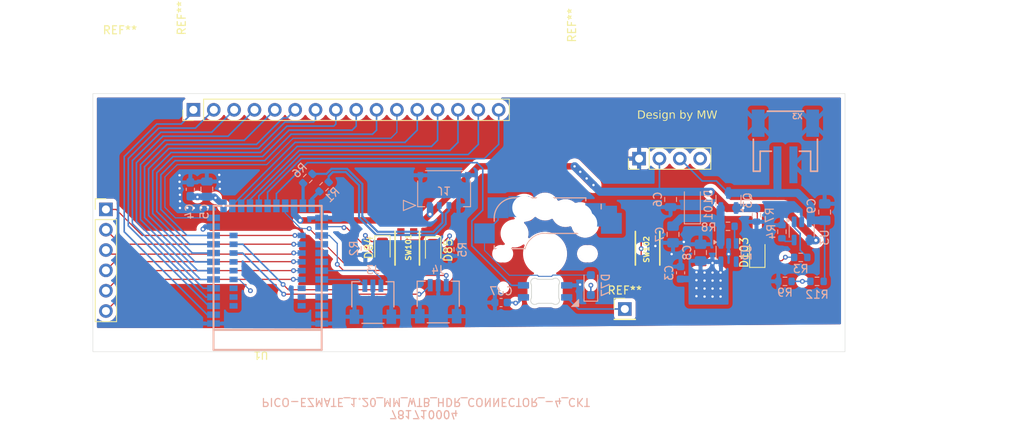
<source format=kicad_pcb>
(kicad_pcb (version 20240108) (generator "pcbnew") (generator_version "8.0")
  (layers (0 "F.Cu" signal) (1 "In1.Cu" signal) (2 "In2.Cu" signal) (31 "B.Cu" signal) (34 "B.Paste" user) (35 "F.Paste" user) (36 "B.SilkS" user "B.Silkscreen") (37 "F.SilkS" user "F.Silkscreen") (38 "B.Mask" user) (39 "F.Mask" user) (44 "Edge.Cuts" user))
  (net 0 "")
  (net 1 "3v3")
  (net 2 "GND")
  (footprint "fingerpunch:gateron-ks27-choc-v1-mx-hotswap" (layer "F.Cu") (at 160.226481 118.316268 180)
    (property "Reference" "SW77")
    (property "Value" "~")
    (fp_line (start 1.699999 -5.401841) (end 1.699999 -3.996157) (stroke (width 0.1)) (layer "Edge.Cuts"))
    (fp_line (start 0.794452 -3.199) (end -0.794453 -3.199) (stroke (width 0.1)) (layer "Edge.Cuts"))
    (fp_line (start -0.794452 -6.198999) (end 0.794452 -6.198999) (stroke (width 0.1)) (layer "Edge.Cuts"))
    (fp_line (start -1.699999 -3.996157) (end -1.699999 -5.401841) (stroke (width 0.1)) (layer "Edge.Cuts"))
    (fp_arc (start 1.749484 -3.779279) (mid 1.712509 -3.884927) (end 1.699999 -3.996157) (stroke (width 0.1)) (layer "Edge.Cuts"))
    (fp_arc (start 1.749484 -3.779279) (mid 1.638067 -3.194968) (end 1.046711 -3.1307) (stroke (width 0.1)) (layer "Edge.Cuts"))
    (fp_arc (start 1.699999 -5.401842) (mid 1.712536 -5.513065) (end 1.749484 -5.618719) (stroke (width 0.1)) (layer "Edge.Cuts"))
    (fp_arc (start 1.046711 -6.267296) (mid 1.638105 -6.203049) (end 1.749484 -5.618719) (stroke (width 0.1)) (layer "Edge.Cuts"))
    (fp_arc (start 1.04671 -6.267298) (mid 0.925126 -6.216363) (end 0.794452 -6.198999) (stroke (width 0.1)) (layer "Edge.Cuts"))
    (fp_arc (start 0.794453 -3.198999) (mid 0.925126 -3.181634) (end 1.046711 -3.1307) (stroke (width 0.1)) (layer "Edge.Cuts"))
    (fp_arc (start -0.794452 -6.198999) (mid -0.925126 -6.216364) (end -1.046711 -6.267298) (stroke (width 0.1)) (layer "Edge.Cuts"))
    (fp_arc (start -1.046711 -3.130701) (mid -0.92512 -3.181613) (end -0.794453 -3.199) (stroke (width 0.1)) (layer "Edge.Cuts"))
    (fp_arc (start -1.046711 -3.130701) (mid -1.638095 -3.194939) (end -1.749484 -3.779279) (stroke (width 0.1)) (layer "Edge.Cuts"))
    (fp_arc (start -1.699999 -3.996156) (mid -1.712536 -3.884933) (end -1.749484 -3.779279) (stroke (width 0.1)) (layer "Edge.Cuts"))
    (fp_arc (start -1.749484 -5.618718) (mid -1.638068 -6.20303) (end -1.046711 -6.267298) (stroke (width 0.1)) (layer "Edge.Cuts"))
    (fp_arc (start -1.749484 -5.618719) (mid -1.712518 -5.513069) (end -1.699999 -5.401841) (stroke (width 0.1)) (layer "Edge.Cuts"))
  )
  (footprint "LED_SMD:LED_0805_2012Metric" (layer "F.Cu") (at 139.925531 117.729768 -90)
    (property "Reference" "D84")
    (property "Value" "LED")
  )
  (footprint "LED_SMD:LED_0805_2012Metric" (layer "F.Cu") (at 146.250131 117.884468 -90)
    (property "Reference" "D85")
    (property "Value" "LED")
  )
  (footprint "Connector_PinHeader_2.54mm:PinHeader_1x06_P2.54mm_Vertical" (layer "F.Cu") (at 105.41 112.776)
    (property "Reference" "REF**")
    (property "Value" "PinHeader_1x06_P2.54mm_Vertical")
  )
  (footprint "Connector_PinHeader_2.54mm:PinHeader_1x04_P2.54mm_Vertical" (layer "F.Cu") (at 171.958 106.426 90)
    (property "Reference" "REF**")
    (property "Value" "PinHeader_1x04_P2.54mm_Vertical")
  )
  (footprint "Diode_SMD:D_0805_2012Metric_Pad1.15x1.40mm_HandSolder" (layer "F.Cu") (at 186.712331 118.163868 90)
    (property "Reference" "D103")
    (property "Value" "LED")
  )
  (footprint "Connector_PinHeader_2.54mm:PinHeader_1x01_P2.54mm_Vertical" (layer "F.Cu") (at 170.18 125.222)
    (property "Reference" "REF**")
    (property "Value" "PinHeader_1x01_P2.54mm_Vertical")
  )
  (footprint "footprints:Core52840" (layer "F.Cu") (at 132.381731 112.343268 180)
    (property "Reference" "U1")
    (property "Value" "Core52840" (hide yes))
  )
  (footprint "Adafruit nRF52840 Bluefruit Feather Express Rev D:BTN_KMR2_4.6X2.8" (layer "F.Cu") (at 173.021731 117.630468 -90)
    (property "Reference" "SW102")
    (property "Value" "KMR2")
  )
  (footprint "Connector_PinHeader_2.54mm:PinHeader_1x16_P2.54mm_Vertical" (layer "F.Cu") (at 116.332 100.33 90)
    (property "Reference" "REF**")
    (property "Value" "PinHeader_1x16_P2.54mm_Vertical")
  )
  (footprint "Adafruit nRF52840 Bluefruit Feather Express Rev D:BTN_KMR2_4.6X2.8" (layer "F.Cu") (at 143.024331 117.630468 -90)
    (property "Reference" "SW101")
    (property "Value" "KMR2")
  )
  (footprint "footprints:CON_781710004" (layer "B.Cu") (at 145.82173 112.278267)
    (property "Reference" "J1")
    (property "Value" "781710004")
  )
  (footprint "footprints:CONN_SM03B-SRSS-TB_JST" (layer "B.Cu") (at 138.731731 124.412268 180)
    (property "Reference" "J3")
    (property "Value" "SM03B-SRSS-TB")
  )
  (footprint "Package_TO_SOT_SMD:SOT-23-5" (layer "B.Cu") (at 183.128731 118.171318 -90)
    (property "Reference" "U2")
    (property "Value" "AP2112(3.3V)")
  )
  (footprint "Resistor_SMD:R_0603_1608Metric" (layer "B.Cu") (at 194.1698 121.7676 180)
    (property "Reference" "R12")
    (property "Value" "100k")
  )
  (footprint "Diode_SMD:D_SOD-323_HandSoldering" (layer "B.Cu") (at 165.937231 122.230268 90)
    (property "Reference" "D77")
    (property "Value" "D")
  )
  (footprint "Capacitor_SMD:C_0603_1608Metric" (layer "B.Cu") (at 154.733731 124.412268 180)
    (property "Reference" "C87")
    (property "Value" "C")
  )
  (footprint "footprints:CONN_SM03B-SRSS-TB_JST" (layer "B.Cu") (at 146.88818 124.345718 180)
    (property "Reference" "J4")
    (property "Value" "SM03B-SRSS-TB")
  )
  (footprint "Resistor_SMD:R_0603_1608Metric" (layer "B.Cu") (at 189.785731 115.561268 90)
    (property "Reference" "R4")
    (property "Value" "4.7K")
  )
  (footprint "Capacitor_SMD:C_0805_2012Metric" (layer "B.Cu") (at 175.891931 111.534468 90)
    (property "Reference" "C6")
    (property "Value" "10uF")
  )
  (footprint "Capacitor_SMD:C_0805_2012Metric" (layer "B.Cu") (at 118.005331 110.239068 -90)
    (property "Reference" "C5")
    (property "Value" "10uF")
  )
  (footprint "Capacitor_SMD:C_0805_2012Metric_Pad1.18x1.45mm_HandSolder" (layer "B.Cu") (at 195.119731 113.109268 -90)
    (property "Reference" "C9")
    (property "Value" "10uF")
  )
  (footprint "Package_TO_SOT_SMD:SOT-23-5" (layer "B.Cu") (at 192.259731 115.464268 -90)
    (property "Reference" "U3")
    (property "Value" "MCP73831T-2ACI/OT")
  )
  (footprint "Resistor_SMD:R_0603_1608Metric" (layer "B.Cu") (at 148.332931 117.769668 -90)
    (property "Reference" "R5")
    (property "Value" "1K")
  )
  (footprint "Resistor_SMD:R_0603_1608Metric" (layer "B.Cu") (at 137.791931 117.643668 -90)
    (property "Reference" "R2")
    (property "Value" "1K")
  )
  (footprint "Resistor_SMD:R_0603_1608Metric" (layer "B.Cu") (at 132.635731 109.934268 45)
    (property "Reference" "R1")
    (property "Value" "22R")
  )
  (footprint "Resistor_SMD:R_0603_1608Metric" (layer "B.Cu") (at 130.603731 108.918268 45)
    (property "Reference" "R6")
    (property "Value" "22R")
  )
  (footprint "Capacitor_SMD:C_0603_1608Metric_Pad1.08x0.95mm_HandSolder" (layer "B.Cu") (at 115.947931 110.264468 -90)
    (property "Reference" "C4")
    (property "Value" "0.1uF")
  )
  (footprint "Adafruit nRF52840 Bluefruit Feather Express Rev D:JSTPH2" (layer "B.Cu") (at 190.2206 103.505 180)
    (property "Reference" "X3")
    (property "Value" "JSTPH")
  )
  (footprint "Resistor_SMD:R_0603_1608Metric" (layer "B.Cu") (at 192.135731 118.773468)
    (property "Reference" "R3")
    (property "Value" "1K")
  )
  (footprint "Capacitor_SMD:C_0603_1608Metric" (layer "B.Cu") (at 177.136531 120.703868 -90)
    (property "Reference" "C3")
    (property "Value" "0.1uF")
  )
  (footprint "Resistor_SMD:R_0603_1608Metric" (layer "B.Cu") (at 186.610731 113.490268 -90)
    (property "Reference" "R7")
    (property "Value" "100k")
  )
  (footprint "Diode_SMD:D_SOD-123" (layer "B.Cu") (at 178.609731 112.220268 90)
    (property "Reference" "D101")
    (property "Value" "MBR120")
  )
  (footprint "Resistor_SMD:R_0603_1608Metric" (layer "B.Cu") (at 190.1698 121.7676 180)
    (property "Reference" "R9")
    (property "Value" "100k")
  )
  (footprint "Capacitor_SMD:C_0805_2012Metric_Pad1.18x1.45mm_HandSolder" (layer "B.Cu") (at 179.628731 118.171318 -90)
    (property "Reference" "C8")
    (property "Value" "10uF")
  )
  (footprint "Capacitor_SMD:C_0805_2012Metric_Pad1.18x1.45mm_HandSolder" (layer "B.Cu") (at 176.196731 115.903268 90)
    (property "Reference" "C7")
    (property "Value" "10uF")
  )
  (footprint "Resistor_SMD:R_0603_1608Metric" (layer "B.Cu") (at 183.054731 114.887268)
    (property "Reference" "R8")
    (property "Value" "100k")
  )
  (footprint "Package_TO_SOT_SMD:SOT-23" (layer "B.Cu") (at 183.115731 111.663768 90)
    (property "Reference" "Q3")
    (property "Value" "DMG2305")
  )
  (gr_rect (start 103.7844 98.298) (end 197.6628 130.556) (stroke (width 0.05)) (fill none) (layer "Edge.Cuts"))
  (gr_text "Design by MW" (at 171.704 101.6 0) (layer "F.SilkS") (effects (font (size 1 1) (thickness 0.1)) (justify left bottom)))
  (segment (start 186.610731 113.134668) (end 186.712331 113.236268) (width 0.15) (layer "F.Cu") (net 0))
  (segment (start 128.851131 118.214668) (end 128.701799 118.364) (width 0.15) (layer "F.Cu") (net 0))
  (segment (start 128.701799 118.364) (end 105.918 118.364) (width 0.15) (layer "F.Cu") (net 0))
  (segment (start 139.057331 118.667268) (end 135.455131 115.065068) (width 0.15) (layer "F.Cu") (net 0))
  (segment (start 139.925531 118.667268) (end 139.057331 118.667268) (width 0.15) (layer "F.Cu") (net 0))
  (segment (start 142.282832 122.812068) (end 144.073782 121.021118) (width 0.15) (layer "F.Cu") (net 0))
  (segment (start 128.800331 121.516668) (end 109.369332 121.516668) (width 0.15) (layer "F.Cu") (net 0))
  (segment (start 109.369332 121.516668) (end 105.41 125.476) (width 0.15) (layer "F.Cu") (net 0))
  (segment (start 144.073782 121.021118) (end 147.888181 121.021118) (width 0.15) (layer "F.Cu") (net 0))
  (segment (start 172.221731 117.681268) (end 172.221731 119.680468) (width 0.15) (layer "F.Cu") (net 0))
  (segment (start 106.68 112.776) (end 105.41 112.776) (width 0.15) (layer "F.Cu") (net 0))
  (segment (start 185.721731 112.601268) (end 186.610731 112.601268) (width 1) (layer "F.Cu") (net 0))
  (segment (start 189.988931 112.601268) (end 194.027531 116.639868) (width 1) (layer "F.Cu") (net 0))
  (segment (start 135.136131 115.065068) (end 135.124931 115.053868) (width 0.15) (layer "F.Cu") (net 0))
  (segment (start 127.606531 123.370868) (end 144.497531 123.370868) (width 0.15) (layer "F.Cu") (net 0))
  (segment (start 180.895731 110.569268) (end 182.927731 112.601268) (width 1) (layer "F.Cu") (net 0))
  (segment (start 145.869131 113.388668) (end 151.863531 107.394268) (width 0.8) (layer "F.Cu") (net 0))
  (segment (start 135.058331 120.408668) (end 134.286731 119.637068) (width 0.15) (layer "F.Cu") (net 0))
  (segment (start 128.180231 122.812068) (end 142.282832 122.812068) (width 0.15) (layer "F.Cu") (net 0))
  (segment (start 128.851131 117.122468) (end 107.216468 117.122468) (width 0.15) (layer "F.Cu") (net 0))
  (segment (start 107.216468 117.122468) (end 105.41 115.316) (width 0.15) (layer "F.Cu") (net 0))
  (segment (start 128.825731 119.306868) (end 106.499132 119.306868) (width 0.15) (layer "F.Cu") (net 0))
  (segment (start 129.003531 116.030268) (end 109.934268 116.030268) (width 0.15) (layer "F.Cu") (net 0))
  (segment (start 186.712331 119.188868) (end 189.776731 119.188868) (width 0.15) (layer "F.Cu") (net 0))
  (segment (start 186.610731 112.601268) (end 186.610731 113.134668) (width 0.15) (layer "F.Cu") (net 0))
  (segment (start 147.441631 116.946968) (end 148.307531 116.081068) (width 0.15) (layer "F.Cu") (net 0))
  (segment (start 127.525082 122.156918) (end 128.180231 122.812068) (width 0.15) (layer "F.Cu") (net 0))
  (segment (start 139.925531 116.792268) (end 138.553931 116.792268) (width 0.15) (layer "F.Cu") (net 0))
  (segment (start 138.553931 116.792268) (end 137.791931 116.030268) (width 0.15) (layer "F.Cu") (net 0))
  (segment (start 189.776731 119.188868) (end 190.217531 118.748068) (width 0.15) (layer "F.Cu") (net 0))
  (segment (start 142.224331 115.580468) (end 142.224331 119.680468) (width 0.13) (layer "F.Cu") (net 0))
  (segment (start 135.295331 119.680468) (end 130.781531 115.166668) (width 0.13) (layer "F.Cu") (net 0))
  (segment (start 128.825731 120.424468) (end 107.921532 120.424468) (width 0.15) (layer "F.Cu") (net 0))
  (segment (start 166.239931 109.731068) (end 166.265331 109.731068) (width 1) (layer "F.Cu") (net 0))
  (segment (start 151.863531 107.394268) (end 163.903131 107.394268) (width 0.8) (layer "F.Cu") (net 0))
  (segment (start 172.221731 117.681268) (end 172.221731 115.210068) (width 0.2) (layer "F.Cu") (net 0))
  (segment (start 186.712331 113.236268) (end 186.712331 117.138868) (width 0.15) (layer "F.Cu") (net 0))
  (segment (start 146.250131 118.821968) (end 144.663431 120.408668) (width 0.15) (layer "F.Cu") (net 0))
  (segment (start 144.663431 120.408668) (end 135.058331 120.408668) (width 0.15) (layer "F.Cu") (net 0))
  (segment (start 129.663931 114.150668) (end 145.107131 114.150668) (width 0.8) (layer "F.Cu") (net 0))
  (segment (start 142.224331 119.680468) (end 135.295331 119.680468) (width 0.13) (layer "F.Cu") (net 0))
  (segment (start 146.250131 116.946968) (end 147.441631 116.946968) (width 0.15) (layer "F.Cu") (net 0))
  (segment (start 182.927731 112.601268) (end 185.721731 112.601268) (width 1) (layer "F.Cu") (net 0))
  (segment (start 165.414431 108.905568) (end 166.239931 109.731068) (width 1) (layer "F.Cu") (net 0))
  (segment (start 145.107131 114.150668) (end 145.869131 113.388668) (width 0.8) (layer "F.Cu") (net 0))
  (segment (start 163.903131 107.394268) (end 165.414431 108.905568) (width 1) (layer "F.Cu") (net 0))
  (segment (start 105.918 118.364) (end 105.41 117.856) (width 0.15) (layer "F.Cu") (net 0))
  (segment (start 135.455131 115.065068) (end 135.136131 115.065068) (width 0.15) (layer "F.Cu") (net 0))
  (segment (start 109.934268 116.030268) (end 106.68 112.776) (width 0.15) (layer "F.Cu") (net 0))
  (segment (start 107.921532 120.424468) (end 105.41 122.936) (width 0.15) (layer "F.Cu") (net 0))
  (segment (start 106.499132 119.306868) (end 105.41 120.396) (width 0.15) (layer "F.Cu") (net 0))
  (segment (start 186.610731 112.601268) (end 189.988931 112.601268) (width 1) (layer "F.Cu") (net 0))
  (via (at 129.663931 114.150668) (size 0.8001) (drill 0.3937) (layers "F.Cu" "B.Cu") (net 0))
  (via (at 123.444 122.936) (size 0.6) (drill 0.3) (layers "F.Cu" "B.Cu") (net 0))
  (via (at 128.825731 120.424468) (size 0.6) (drill 0.3) (layers "F.Cu" "B.Cu") (net 0))
  (via (at 117.522731 115.242868) (size 0.6) (drill 0.3) (layers "F.Cu" "B.Cu") (net 0))
  (via (at 127.606531 123.370868) (size 0.6) (drill 0.3) (layers "F.Cu" "B.Cu") (net 0))
  (via (at 190.217531 118.748068) (size 0.6) (drill 0.3) (layers "F.Cu" "B.Cu") (net 0))
  (via (at 128.800331 121.516668) (size 0.6) (drill 0.3) (layers "F.Cu" "B.Cu") (net 0))
  (via (at 180.895731 110.569268) (size 0.8001) (drill 0.3937) (layers "F.Cu" "B.Cu") (net 0))
  (via (at 128.851131 117.122468) (size 0.6) (drill 0.3) (layers "F.Cu" "B.Cu") (net 0))
  (via (at 192.3448 121.7676) (size 0.6) (drill 0.3) (layers "F.Cu" "B.Cu") (net 0))
  (via (at 135.124931 115.053868) (size 0.6) (drill 0.3) (layers "F.Cu" "B.Cu") (net 0))
  (via (at 165.414431 108.905568) (size 0.6) (drill 0.3) (layers "F.Cu" "B.Cu") (net 0))
  (via (at 148.307531 116.081068) (size 0.6) (drill 0.3) (layers "F.Cu" "B.Cu") (net 0))
  (via (at 144.497531 123.370868) (size 0.6) (drill 0.3) (layers "F.Cu" "B.Cu") (net 0))
  (via (at 184.959731 112.601268) (size 0.6) (drill 0.3) (layers "F.Cu" "B.Cu") (net 0))
  (via (at 128.825731 119.306868) (size 0.6) (drill 0.3) (layers "F.Cu" "B.Cu") (net 0))
  (via (at 163.903131 107.394268) (size 0.6) (drill 0.3) (layers "F.Cu" "B.Cu") (net 0))
  (via (at 137.791931 116.030268) (size 0.6) (drill 0.3) (layers "F.Cu" "B.Cu") (net 0))
  (via (at 164.614331 108.080068) (size 0.6) (drill 0.3) (layers "F.Cu" "B.Cu") (net 0))
  (via (at 134.286731 119.637068) (size 0.6) (drill 0.3) (layers "F.Cu" "B.Cu") (net 0))
  (via (at 130.781531 115.166668) (size 0.6) (drill 0.3) (layers "F.Cu" "B.Cu") (net 0))
  (via (at 128.851131 118.214668) (size 0.6) (drill 0.3) (layers "F.Cu" "B.Cu") (net 0))
  (via (at 166.265331 109.731068) (size 0.6) (drill 0.3) (layers "F.Cu" "B.Cu") (net 0))
  (via (at 145.869131 113.388668) (size 0.8001) (drill 0.3937) (layers "F.Cu" "B.Cu") (net 0))
  (via (at 194.027531 116.639868) (size 0.8001) (drill 0.3937) (layers "F.Cu" "B.Cu") (net 0))
  (via (at 172.221731 117.681268) (size 0.6) (drill 0.3) (layers "F.Cu" "B.Cu") (net 0))
  (via (at 129.003531 116.030268) (size 0.6) (drill 0.3) (layers "F.Cu" "B.Cu") (net 0))
  (via (at 147.888181 121.021118) (size 0.6) (drill 0.3) (layers "F.Cu" "B.Cu") (net 0))
  (via (at 165.937231 122.253268) (size 0.6) (drill 0.3) (layers "F.Cu" "B.Cu") (net 0))
  (via (at 127.525082 122.156918) (size 0.6) (drill 0.3) (layers "F.Cu" "B.Cu") (net 0))
  (segment (start 174.498 106.426) (end 174.498 110.570268) (width 0.2) (layer "B.Cu") (net 0))
  (segment (start 189.23 107.2144) (end 189.2206 107.205) (width 1) (layer "B.Cu") (net 0))
  (segment (start 129.003531 116.030268) (end 129.841731 116.030268) (width 0.15) (layer "B.Cu") (net 0))
  (segment (start 128.866631 118.230168) (end 128.851131 118.214668) (width 0.15) (layer "B.Cu") (net 0))
  (segment (start 139.156473 115.977268) (end 146.434989 115.977268) (width 0.275) (layer "B.Cu") (net 0))
  (segment (start 112.776 108.712) (end 114.3 107.188) (width 0.15) (layer "B.Cu") (net 0))
  (segment (start 133.219094 108.619162) (end 133.734988 108.103268) (width 0.275) (layer "B.Cu") (net 0))
  (segment (start 113.284 105.156) (end 124.46 105.156) (width 0.2) (layer "B.Cu") (net 0))
  (segment (start 123.444 122.936) (end 122.038168 121.530168) (width 0.13) (layer "B.Cu") (net 0))
  (segment (start 132.403281 120.368918) (end 132.341831 120.430368) (width 0.2) (layer "B.Cu") (net 0))
  (segment (start 192.062931 115.767468) (end 192.062931 117.872468) (width 0.2) (layer "B.Cu") (net 0))
  (segment (start 109.728 107.188) (end 112.776 104.14) (width 0.2) (layer "B.Cu") (net 0))
  (segment (start 108.712 106.68) (end 112.268 103.124) (width 0.2) (layer "B.Cu") (net 0))
  (segment (start 156.02408 122.265267) (end 151.088281 117.329468) (width 0.2) (layer "B.Cu") (net 0))
  (segment (start 130.020368 109.501631) (end 130.020368 112.301731) (width 0.4) (layer "B.Cu") (net 0))
  (segment (start 184.959731 112.601268) (end 186.546731 112.601268) (width 1) (layer "B.Cu") (net 0))
  (segment (start 135.346473 108.103268) (end 137.006731 109.763526) (width 0.275) (layer "B.Cu") (net 0))
  (segment (start 109.728 114.046) (end 109.728 107.188) (width 0.2) (layer "B.Cu") (net 0))
  (segment (start 145.869131 112.325668) (end 145.82173 112.278267) (width 0.8) (layer "B.Cu") (net 0))
  (segment (start 129.841731 119.330268) (end 128.849131 119.330268) (width 0.15) (layer "B.Cu") (net 0))
  (segment (start 154.351481 112.566268) (end 154.351481 114.091268) (width 0.2) (layer "B.Cu") (net 0))
  (segment (start 117.550268 122.630268) (end 109.22 114.3) (width 0.2) (layer "B.Cu") (net 0))
  (segment (start 118.841731 125.930168) (end 118.056168 125.930168) (width 0.2) (layer "B.Cu") (net 0))
  (segment (start 144.272 102.87) (end 144.272 100.33) (width 0.2) (layer "B.Cu") (net 0))
  (segment (start 131.091631 111.478368) (end 132.052368 110.517631) (width 0.4) (layer "B.Cu") (net 0))
  (segment (start 152.447731 107.648268) (end 151.733463 106.934) (width 0.2) (layer "B.Cu") (net 0))
  (segment (start 190.201831 116.764368) (end 189.848731 116.411268) (width 0.2) (layer "B.Cu") (net 0))
  (segment (start 191.050731 118.960268) (end 191.250731 118.760268) (width 0.2) (layer "B.Cu") (net 0))
  (segment (start 129.734953 115.166668) (end 127.791631 113.223346) (width 0.13) (layer "B.Cu") (net 0))
  (segment (start 128.859031 117.130368) (end 128.851131 117.122468) (width 0.15) (layer "B.Cu") (net 0))
  (segment (start 115.522268 116.030268) (end 112.268 112.776) (width 0.2) (layer "B.Cu") (net 0))
  (segment (start 120.65 103.632) (end 123.952 100.33) (width 0.2) (layer "B.Cu") (net 0))
  (segment (start 148.307531 116.081068) (end 148.307531 116.919268) (width 0.15) (layer "B.Cu") (net 0))
  (segment (start 113.03 104.648) (end 124.206 104.648) (width 0.2) (layer "B.Cu") (net 0))
  (segment (start 125.591831 112.330268) (end 125.591831 110.628169) (width 0.2) (layer "B.Cu") (net 0))
  (segment (start 125.591831 110.628169) (end 129.794 106.426) (width 0.2) (layer "B.Cu") (net 0))
  (segment (start 167.901481 113.582018) (end 167.901481 113.616268) (width 0.2) (layer "B.Cu") (net 0))
  (segment (start 146.268473 115.575268) (end 147.42073 114.423011) (width 0.275) (layer "B.Cu") (net 0))
  (segment (start 118.841731 118.230168) (end 116.198168 118.230168) (width 0.2) (layer "B.Cu") (net 0))
  (segment (start 193.247831 116.639868) (end 193.209731 116.601768) (width 1) (layer "B.Cu") (net 0))
  (segment (start 111.76 108.204) (end 113.792 106.172) (width 0.2) (layer "B.Cu") (net 0))
  (segment (start 152.666481 117.910756) (end 155.762809 121.007084) (width 0.13) (layer "B.Cu") (net 0))
  (segment (start 129.841731 118.230168) (end 128.866631 118.230168) (width 0.15) (layer "B.Cu") (net 0))
  (segment (start 124.491731 112.330268) (end 124.491731 111.093269) (width 0.2) (layer "B.Cu") (net 0))
  (segment (start 181.864 109.474537) (end 183.115731 110.726268) (width 0.2) (layer "B.Cu") (net 0))
  (segment (start 137.408731 109.59701) (end 137.408731 113.66101) (width 0.275) (layer "B.Cu") (net 0))
  (segment (start 138.684 103.378) (end 139.192 102.87) (width 0.2) (layer "B.Cu") (net 0))
  (segment (start 139.731732 121.387568) (end 138.774532 120.430368) (width 0.15) (layer "B.Cu") (net 0))
  (segment (start 191.752268 110.726268) (end 193.389731 112.363731) (width 1) (layer "B.Cu") (net 0))
  (segment (start 128.016 101.346) (end 129.032 100.33) (width 0.2) (layer "B.Cu") (net 0))
  (segment (start 134.286731 119.637068) (end 134.286731 117.025168) (width 0.15) (layer "B.Cu") (net 0))
  (segment (start 191.259731 116.814368) (end 191.309731 116.764368) (width 0.2) (layer "B.Cu") (net 0))
  (segment (start 159.420548 121.144742) (end 161.032382 121.144742) (width 0.13) (layer "B.Cu") (net 0))
  (segment (start 163.903131 107.394268) (end 163.928531 107.394268) (width 1) (layer "B.Cu") (net 0))
  (segment (start 135.124931 115.053868) (end 135.001231 114.930168) (width 0.15) (layer "B.Cu") (net 0))
  (segment (start 165.937231 122.253268) (end 165.937231 123.480268) (width 0.2) (layer "B.Cu") (net 0))
  (segment (start 114.084168 113.830168) (end 112.776 112.522) (width 0.15) (layer "B.Cu") (net 0))
  (segment (start 164.383214 125.222) (end 170.18 125.222) (width 0.2) (layer "B.Cu") (net 0))
  (segment (start 111.76 102.108) (end 114.808 102.108) (width 0.2) (layer "B.Cu") (net 0))
  (segment (start 161.032382 121.144742) (end 161.196856 120.980268) (width 0.13) (layer "B.Cu") (net 0))
  (segment (start 177.038 106.426) (end 179.832 109.22) (width 0.2) (layer "B.Cu") (net 0))
  (segment (start 134.286731 117.025168) (end 133.291831 116.030268) (width 0.15) (layer "B.Cu") (net 0))
  (segment (start 128.891731 112.330268) (end 128.891731 113.378468) (width 0.8) (layer "B.Cu") (net 0))
  (segment (start 111.252 107.95) (end 113.538 105.664) (width 0.2) (layer "B.Cu") (net 0))
  (segment (start 116.332 100.584) (end 116.332 100.33) (width 0.2) (layer "B.Cu") (net 0))
  (segment (start 126.691831 111.306169) (end 126.691831 112.330268) (width 0.15) (layer "B.Cu") (net 0))
  (segment (start 107.696 115.57) (end 107.696 106.172) (width 0.2) (layer "B.Cu") (net 0))
  (segment (start 123.391631 112.330268) (end 123.391631 111.558369) (width 0.2) (layer "B.Cu") (net 0))
  (segment (start 137.006731 113.827526) (end 139.156473 115.977268) (width 0.275) (layer "B.Cu") (net 0))
  (segment (start 190.217531 118.748068) (end 191.285331 118.748068) (width 0.15) (layer "B.Cu") (net 0))
  (segment (start 139.322989 115.575268) (end 146.268473 115.575268) (width 0.275) (layer "B.Cu") (net 0))
  (segment (start 163.928531 107.394268) (end 164.614331 108.080068) (width 1) (layer "B.Cu") (net 0))
  (segment (start 129.841731 121.530168) (end 128.813831 121.530168) (width 0.15) (layer "B.Cu") (net 0))
  (segment (start 118.841731 123.730268) (end 117.888268 123.730268) (width 0.2) (layer "B.Cu") (net 0))
  (segment (start 108.204 106.426) (end 112.014 102.616) (width 0.2) (layer "B.Cu") (net 0))
  (segment (start 139.192 102.87) (end 139.192 100.33) (width 0.2) (layer "B.Cu") (net 0))
  (segment (start 110.744 113.538) (end 110.744 107.696) (width 0.2) (layer "B.Cu") (net 0))
  (segment (start 117.212368 121.530368) (end 109.728 114.046) (width 0.2) (layer "B.Cu") (net 0))
  (segment (start 148.22173 112.915768) (end 148.22173 112.278267) (width 0.275) (layer "B.Cu") (net 0))
  (segment (start 113.538 105.664) (end 124.714 105.664) (width 0.2) (layer "B.Cu") (net 0))
  (segment (start 131.318 101.854) (end 131.572 101.6) (width 0.2) (layer "B.Cu") (net 0))
  (segment (start 128.524 103.378) (end 138.684 103.378) (width 0.2) (layer "B.Cu") (net 0))
  (segment (start 135.512989 107.701268) (end 137.408731 109.59701) (width 0.275) (layer "B.Cu") (net 0))
  (segment (start 177.192231 113.870268) (end 176.196731 114.865768) (width 1) (layer "B.Cu") (net 0))
  (segment (start 124.46 105.156) (end 127.762 101.854) (width 0.2) (layer "B.Cu") (net 0))
  (segment (start 118.841731 117.130368) (end 115.860368 117.130368) (width 0.2) (layer "B.Cu") (net 0))
  (segment (start 118.841731 116.030268) (end 115.522268 116.030268) (width 0.2) (layer "B.Cu") (net 0))
  (segment (start 128.891731 113.378468) (end 129.663931 114.150668) (width 0.8) (layer "B.Cu") (net 0))
  (segment (start 148.307531 116.919268) (end 148.332931 116.944668) (width 0.15) (layer "B.Cu") (net 0))
  (segment (start 180.894731 110.570268) (end 180.895731 110.569268) (width 1) (layer "B.Cu") (net 0))
  (segment (start 194.027531 116.639868) (end 193.247831 116.639868) (width 1) (layer "B.Cu") (net 0))
  (segment (start 164.614331 108.080068) (end 164.588931 108.080068) (width 1) (layer "B.Cu") (net 0))
  (segment (start 166.542457 112.910292) (end 166.542457 113.210292) (width 0.2) (layer "B.Cu") (net 0))
  (segment (start 189.23 110.726268) (end 189.23 107.2144) (width 1) (layer "B.Cu") (net 0))
  (segment (start 146.812 104.14) (end 146.812 100.33) (width 0.2) (layer "B.Cu") (net 0))
  (segment (start 192.3448 121.7676) (end 190.9948 121.7676) (width 0.2) (layer "B.Cu") (net 0))
  (segment (start 110.236 113.792) (end 110.236 107.442) (width 0.2) (layer "B.Cu") (net 0))
  (segment (start 129.286 104.902) (end 146.05 104.902) (width 0.2) (layer "B.Cu") (net 0))
  (segment (start 149.352 104.394) (end 149.352 100.33) (width 0.2) (layer "B.Cu") (net 0))
  (segment (start 130.020368 112.301731) (end 129.991831 112.330268) (width 0.4) (layer "B.Cu") (net 0))
  (segment (start 142.748 104.394) (end 144.272 102.87) (width 0.2) (layer "B.Cu") (net 0))
  (segment (start 159.28289 121.007084) (end 159.420548 121.144742) (width 0.13) (layer "B.Cu") (net 0))
  (segment (start 116.536268 119.330268) (end 110.744 113.538) (width 0.2) (layer "B.Cu") (net 0))
  (segment (start 127.762 101.854) (end 131.318 101.854) (width 0.2) (layer "B.Cu") (net 0))
  (segment (start 112.776 104.14) (end 122.682 104.14) (width 0.2) (layer "B.Cu") (net 0))
  (segment (start 191.309731 115.014268) (end 191.309731 114.164168) (width 0.2) (layer "B.Cu") (net 0))
  (segment (start 152.447731 112.863618) (end 152.447731 107.648268) (width 0.2) (layer "B.Cu") (net 0))
  (segment (start 112.522 103.632) (end 120.65 103.632) (width 0.2) (layer "B.Cu") (net 0))
  (segment (start 124.206 104.648) (end 127.508 101.346) (width 0.2) (layer "B.Cu") (net 0))
  (segment (start 133.291831 116.030268) (end 132.341831 116.030268) (width 0.15) (layer "B.Cu") (net 0))
  (segment (start 145.869131 113.388668) (end 145.869131 112.325668) (width 0.8) (layer "B.Cu") (net 0))
  (segment (start 193.3448 121.7676) (end 192.3448 121.7676) (width 0.2) (layer "B.Cu") (net 0))
  (segment (start 139.731732 122.312268) (end 139.731732 121.387568) (width 0.15) (layer "B.Cu") (net 0))
  (segment (start 146.434989 115.977268) (end 147.82273 114.589527) (width 0.275) (layer "B.Cu") (net 0))
  (segment (start 133.734988 108.103268) (end 135.346473 108.103268) (width 0.275) (layer "B.Cu") (net 0))
  (segment (start 125.476 107.188) (end 128.778 103.886) (width 0.15) (layer "B.Cu") (net 0))
  (segment (start 114.046 106.68) (end 125.222 106.68) (width 0.2) (layer "B.Cu") (net 0))
  (segment (start 183.879731 114.887268) (end 183.879731 116.834818) (width 0.2) (layer "B.Cu") (net 0))
  (segment (start 128.778 103.886) (end 140.97 103.886) (width 0.15) (layer "B.Cu") (net 0))
  (segment (start 118.226368 124.830368) (end 108.204 114.808) (width 0.2) (layer "B.Cu") (net 0))
  (segment (start 110.744 107.696) (end 113.284 105.156) (width 0.2) (layer "B.Cu") (net 0))
  (segment (start 193.389731 114.146768) (end 195.119731 114.146768) (width 1) (layer "B.Cu") (net 0))
  (segment (start 192.062931 117.872468) (end 192.950731 118.760268) (width 0.2) (layer "B.Cu") (net 0))
  (segment (start 122.46583 118.230168) (end 121.341631 118.230168) (width 0.2) (layer "B.Cu") (net 0))
  (segment (start 128.27 102.87) (end 136.144 102.87) (width 0.2) (layer "B.Cu") (net 0))
  (segment (start 133.568474 107.701268) (end 135.512989 107.701268) (width 0.275) (layer "B.Cu") (net 0))
  (segment (start 133.219094 109.350905) (end 133.219094 108.619162) (width 0.275) (layer "B.Cu") (net 0))
  (segment (start 189.23 110.726268) (end 191.752268 110.726268) (width 1) (layer "B.Cu") (net 0))
  (segment (start 182.165731 112.601268) (end 182.125531 112.641468) (width 1) (layer "B.Cu") (net 0))
  (segment (start 116.874368 120.430368) (end 110.236 113.792) (width 0.2) (layer "B.Cu") (net 0))
  (segment (start 115.860368 117.130368) (end 111.76 113.03) (width 0.2) (layer "B.Cu") (net 0))
  (segment (start 184.065731 112.601268) (end 184.959731 112.601268) (width 1) (layer "B.Cu") (net 0))
  (segment (start 109.22 114.3) (end 109.22 106.934) (width 0.2) (layer "B.Cu") (net 0))
  (segment (start 136.652 102.362) (end 136.652 100.33) (width 0.2) (layer "B.Cu") (net 0))
  (segment (start 154.351481 114.091268) (end 152.666481 115.776268) (width 0.2) (layer "B.Cu") (net 0))
  (segment (start 178.609731 113.870268) (end 177.192231 113.870268) (width 1) (layer "B.Cu") (net 0))
  (segment (start 116.586 102.616) (end 118.872 100.33) (width 0.2) (layer "B.Cu") (net 0))
  (segment (start 191.309731 116.764368) (end 190.201831 116.764368) (width 0.2) (layer "B.Cu") (net 0))
  (segment (start 191.285331 118.748068) (end 191.310731 118.773468) (width 0.15) (layer "B.Cu") (net 0))
  (segment (start 178.609731 110.570268) (end 180.894731 110.570268) (width 1) (layer "B.Cu") (net 0))
  (segment (start 117.835431 114.930168) (end 118.841731 114.930168) (width 0.6) (layer "B.Cu") (net 0))
  (segment (start 132.934837 108.334905) (end 133.568474 107.701268) (width 0.275) (layer "B.Cu") (net 0))
  (segment (start 151.892 104.648) (end 151.892 100.33) (width 0.2) (layer "B.Cu") (net 0))
  (segment (start 122.291831 112.330268) (end 122.291831 111.896169) (width 0.2) (layer "B.Cu") (net 0))
  (segment (start 118.841731 113.830168) (end 114.084168 113.830168) (width 0.15) (layer "B.Cu") (net 0))
  (segment (start 166.265331 109.731068) (end 167.104531 110.570268) (width 1) (layer "B.Cu") (net 0))
  (segment (start 131.091631 112.330268) (end 131.091631 111.478368) (width 0.4) (layer "B.Cu") (net 0))
  (segment (start 121.191731 112.330268) (end 121.191731 112.234269) (width 0.2) (layer "B.Cu") (net 0))
  (segment (start 151.733463 106.934) (end 130.556 106.934) (width 0.2) (layer "B.Cu") (net 0))
  (segment (start 147.42073 114.423011) (end 147.42073 113.314768) (width 0.275) (layer "B.Cu") (net 0))
  (segment (start 151.088281 114.223068) (end 152.447731 112.863618) (width 0.2) (layer "B.Cu") (net 0))
  (segment (start 110.236 107.442) (end 113.03 104.648) (width 0.2) (layer "B.Cu") (net 0))
  (segment (start 129.841731 120.430368) (end 128.831631 120.430368) (width 0.15) (layer "B.Cu") (net 0))
  (segment (start 129.54 105.41) (end 148.336 105.41) (width 0.2) (layer "B.Cu") (net 0))
  (segment (start 117.891731 113.830168) (end 118.841731 113.830168) (width 0.15) (layer "B.Cu") (net 0))
  (segment (start 123.391631 111.558369) (end 129.54 105.41) (width 0.2) (layer "B.Cu") (net 0))
  (segment (start 154.432 104.648) (end 154.432 100.33) (width 0.2) (layer "B.Cu") (net 0))
  (segment (start 148.336 105.41) (end 149.352 104.394) (width 0.2) (layer "B.Cu") (net 0))
  (segment (start 137.791931 116.030268) (end 137.791931 116.818668) (width 0.15) (layer "B.Cu") (net 0))
  (segment (start 121.191731 112.234269) (end 129.032 104.394) (width 0.2) (layer "B.Cu") (net 0))
  (segment (start 167.104531 110.570268) (end 171.958 110.570268) (width 1) (layer "B.Cu") (net 0))
  (segment (start 118.841731 120.430368) (end 116.874368 120.430368) (width 0.2) (layer "B.Cu") (net 0))
  (segment (start 181.864 109.474) (end 181.864 109.474537) (width 0.2) (layer "B.Cu") (net 0))
  (segment (start 183.115731 110.726268) (end 189.23 110.726268) (width 1) (layer "B.Cu") (net 0))
  (segment (start 118.841731 121.530368) (end 117.212368 121.530368) (width 0.2) (layer "B.Cu") (net 0))
  (segment (start 141.732 103.124) (end 141.732 100.33) (width 0.15) (layer "B.Cu") (net 0))
  (segment (start 117.522731 115.242868) (end 117.835431 114.930168) (width 0.6) (layer "B.Cu") (net 0))
  (segment (start 195.119731 120.241768) (end 195.119731 114.146768) (width 0.2) (layer "B.Cu") (net 0))
  (segment (start 122.682 104.14) (end 126.492 100.33) (width 0.2) (layer "B.Cu") (net 0))
  (segment (start 122.498532 117.130368) (end 121.341631 117.130368) (width 0.2) (layer "B.Cu") (net 0))
  (segment (start 131.572 101.6) (end 131.572 100.33) (width 0.2) (layer "B.Cu") (net 0))
  (segment (start 118.056168 125.930168) (end 107.696 115.57) (width 0.2) (layer "B.Cu") (net 0))
  (segment (start 174.498 110.570268) (end 178.609731 110.570268) (width 1) (layer "B.Cu") (net 0))
  (segment (start 126.691831 110.798169) (end 126.691831 112.330268) (width 0.2) (layer "B.Cu") (net 0))
  (segment (start 128.016 102.362) (end 133.858 102.362) (width 0.2) (layer "B.Cu") (net 0))
  (segment (start 186.546731 112.601268) (end 186.610731 112.665268) (width 1) (layer "B.Cu") (net 0))
  (segment (start 155.762809 121.007084) (end 159.28289 121.007084) (width 0.13) (layer "B.Cu") (net 0))
  (segment (start 108.204 114.808) (end 108.204 106.426) (width 0.2) (layer "B.Cu") (net 0))
  (segment (start 152.666481 115.776268) (end 152.666481 117.910756) (width 0.13) (layer "B.Cu") (net 0))
  (segment (start 112.014 102.616) (end 116.586 102.616) (width 0.2) (layer "B.Cu") (net 0))
  (segment (start 130.119831 112.202268) (end 129.991831 112.330268) (width 0.2) (layer "B.Cu") (net 0))
  (segment (start 112.268 108.458) (end 114.046 106.68) (width 0.2) (layer "B.Cu") (net 0))
  (segment (start 181.61 109.22) (end 181.864 109.474) (width 0.2) (layer "B.Cu") (net 0))
  (segment (start 109.22 106.934) (end 112.522 103.632) (width 0.2) (layer "B.Cu") (net 0))
  (segment (start 117.888268 123.730268) (end 108.712 114.554) (width 0.2) (layer "B.Cu") (net 0))
  (segment (start 147.82273 114.589527) (end 147.82273 113.314768) (width 0.275) (layer "B.Cu") (net 0))
  (segment (start 195.119731 121.642669) (end 195.119731 120.241768) (width 0.2) (layer "B.Cu") (net 0))
  (segment (start 122.038168 121.530168) (end 121.341631 121.530168) (width 0.13) (layer "B.Cu") (net 0))
  (segment (start 112.268 112.776) (end 112.268 108.458) (width 0.2) (layer "B.Cu") (net 0))
  (segment (start 182.125531 112.641468) (end 182.125531 117.033818) (width 1) (layer "B.Cu") (net 0))
  (segment (start 194.9948 121.7676) (end 195.119731 121.642669) (width 0.2) (layer "B.Cu") (net 0))
  (segment (start 116.198168 118.230168) (end 111.252 113.284) (width 0.2) (layer "B.Cu") (net 0))
  (segment (start 144.497531 123.370868) (end 144.763029 123.370868) (width 0.15) (layer "B.Cu") (net 0))
  (segment (start 193.389731 112.363731) (end 193.389731 114.146768) (width 1) (layer "B.Cu") (net 0))
  (segment (start 128.831631 120.430368) (end 128.825731 120.424468) (width 0.15) (layer "B.Cu") (net 0))
  (segment (start 111.252 113.284) (end 111.252 107.95) (width 0.2) (layer "B.Cu") (net 0))
  (segment (start 179.832 109.22) (end 181.61 109.22) (width 0.2) (layer "B.Cu") (net 0))
  (segment (start 127.525082 122.156918) (end 122.498532 117.130368) (width 0.2) (layer "B.Cu") (net 0))
  (segment (start 164.588931 108.080068) (end 163.903131 107.394268) (width 1) (layer "B.Cu") (net 0))
  (segment (start 133.858 102.362) (end 134.112 102.108) (width 0.2) (layer "B.Cu") (net 0))
  (segment (start 151.088281 117.329468) (end 151.088281 114.223068) (width 0.2) (layer "B.Cu") (net 0))
  (segment (start 127.791631 113.223346) (end 127.791631 112.330268) (width 0.13) (layer "B.Cu") (net 0))
  (segment (start 150.622 105.918) (end 151.892 104.648) (width 0.2) (layer "B.Cu") (net 0))
  (segment (start 147.82273 113.314768) (end 148.22173 112.915768) (width 0.275) (layer "B.Cu") (net 0))
  (segment (start 125.222 106.68) (end 128.524 103.378) (width 0.2) (layer "B.Cu") (net 0))
  (segment (start 107.696 106.172) (end 111.76 102.108) (width 0.2) (layer "B.Cu") (net 0))
  (segment (start 192.062931 115.767468) (end 191.309731 115.014268) (width 0.2) (layer "B.Cu") (net 0))
  (segment (start 137.006731 109.763526) (end 137.006731 113.827526) (width 0.275) (layer "B.Cu") (net 0))
  (segment (start 130.556 106.934) (end 126.691831 110.798169) (width 0.2) (layer "B.Cu") (net 0))
  (segment (start 127.508 101.346) (end 128.016 101.346) (width 0.2) (layer "B.Cu") (net 0))
  (segment (start 162.926481 123.765267) (end 164.383214 125.222) (width 0.2) (layer "B.Cu") (net 0))
  (segment (start 118.841731 122.630268) (end 117.550268 122.630268) (width 0.2) (layer "B.Cu") (net 0))
  (segment (start 152.654 106.426) (end 154.432 104.648) (width 0.2) (layer "B.Cu") (net 0))
  (segment (start 124.968 106.172) (end 128.27 102.87) (width 0.2) (layer "B.Cu") (net 0))
  (segment (start 136.144 102.87) (end 136.652 102.362) (width 0.2) (layer "B.Cu") (net 0))
  (segment (start 112.268 103.124) (end 118.618 103.124) (width 0.2) (layer "B.Cu") (net 0))
  (segment (start 108.712 114.554) (end 108.712 106.68) (width 0.2) (layer "B.Cu") (net 0))
  (segment (start 128.813831 121.530168) (end 128.800331 121.516668) (width 0.15) (layer "B.Cu") (net 0))
  (segment (start 137.73173 122.312268) (end 136.94983 121.530368) (width 0.15) (layer "B.Cu") (net 0))
  (segment (start 118.618 103.124) (end 121.412 100.33) (width 0.2) (layer "B.Cu") (net 0))
  (segment (start 138.774532 120.430368) (end 132.341831 120.430368) (width 0.15) (layer "B.Cu") (net 0))
  (segment (start 128.849131 119.330268) (end 128.825731 119.306868) (width 0.15) (layer "B.Cu") (net 0))
  (segment (start 132.341831 120.430368) (end 132.407281 120.364918) (width 0.2) (layer "B.Cu") (net 0))
  (segment (start 122.291831 111.896169) (end 129.286 104.902) (width 0.2) (layer "B.Cu") (net 0))
  (segment (start 183.879731 116.834818) (end 184.078731 117.033818) (width 0.2) (layer "B.Cu") (net 0))
  (segment (start 157.526481 122.265267) (end 156.02408 122.265267) (width 0.2) (layer "B.Cu") (net 0))
  (segment (start 118.841731 119.330268) (end 116.536268 119.330268) (width 0.2) (layer "B.Cu") (net 0))
  (segment (start 144.763029 123.370868) (end 145.888179 122.245718) (width 0.15) (layer "B.Cu") (net 0))
  (segment (start 181.212731 113.870268) (end 182.229731 114.887268) (width 1) (layer "B.Cu") (net 0))
  (segment (start 147.02173 112.915768) (end 147.02173 112.278267) (width 0.275) (layer "B.Cu") (net 0))
  (segment (start 147.42073 113.314768) (end 147.02173 112.915768) (width 0.275) (layer "B.Cu") (net 0))
  (segment (start 131.187094 108.334905) (end 132.934837 108.334905) (width 0.275) (layer "B.Cu") (net 0))
  (segment (start 129.841731 117.130368) (end 128.859031 117.130368) (width 0.15) (layer "B.Cu") (net 0))
  (segment (start 118.841731 124.830368) (end 118.226368 124.830368) (width 0.2) (layer "B.Cu") (net 0))
  (segment (start 129.032 104.394) (end 142.748 104.394) (width 0.2) (layer "B.Cu") (net 0))
  (segment (start 129.794 106.426) (end 152.654 106.426) (width 0.2) (layer "B.Cu") (net 0))
  (segment (start 127.606531 123.370868) (end 122.46583 118.230168) (width 0.2) (layer "B.Cu") (net 0))
  (segment (start 147.888181 121.021118) (end 147.888181 122.245718) (width 0.15) (layer "B.Cu") (net 0))
  (segment (start 129.667 105.918) (end 150.622 105.918) (width 0.2) (layer "B.Cu") (net 0))
  (segment (start 171.958 110.570268) (end 174.498 110.570268) (width 1) (layer "B.Cu") (net 0))
  (segment (start 164.614331 108.080068) (end 166.265331 109.731068) (width 1) (layer "B.Cu") (net 0))
  (segment (start 112.776 112.522) (end 112.776 108.712) (width 0.15) (layer "B.Cu") (net 0))
  (segment (start 136.94983 121.530368) (end 132.341831 121.530368) (width 0.15) (layer "B.Cu") (net 0))
  (segment (start 124.491731 111.093269) (end 129.667 105.918) (width 0.2) (layer "B.Cu") (net 0))
  (segment (start 140.97 103.886) (end 141.732 103.124) (width 0.15) (layer "B.Cu") (net 0))
  (segment (start 146.05 104.902) (end 146.812 104.14) (width 0.2) (layer "B.Cu") (net 0))
  (segment (start 130.781531 115.166668) (end 129.734953 115.166668) (width 0.13) (layer "B.Cu") (net 0))
  (segment (start 161.196856 120.980268) (end 165.937231 120.980268) (width 0.13) (layer "B.Cu") (net 0))
  (segment (start 137.408731 113.66101) (end 139.322989 115.575268) (width 0.275) (layer "B.Cu") (net 0))
  (segment (start 135.001231 114.930168) (end 132.341831 114.930168) (width 0.15) (layer "B.Cu") (net 0))
  (segment (start 124.714 105.664) (end 128.016 102.362) (width 0.2) (layer "B.Cu") (net 0))
  (segment (start 111.76 113.03) (end 111.76 108.204) (width 0.2) (layer "B.Cu") (net 0))
  (segment (start 114.808 102.108) (end 116.332 100.584) (width 0.2) (layer "B.Cu") (net 0))
  (segment (start 114.3 107.188) (end 125.476 107.188) (width 0.15) (layer "B.Cu") (net 0))
  (segment (start 178.609731 113.870268) (end 181.212731 113.870268) (width 1) (layer "B.Cu") (net 0))
  (segment (start 134.112 102.108) (end 134.112 100.33) (width 0.2) (layer "B.Cu") (net 0))
  (segment (start 113.792 106.172) (end 124.968 106.172) (width 0.2) (layer "B.Cu") (net 0))
  (via (at 116.836931 111.229668) (size 0.6) (drill 0.3) (layers "F.Cu" "B.Cu") (net 1))
  (via (at 156.549731 124.480268) (size 0.6) (drill 0.3) (layers "F.Cu" "B.Cu") (net 1))
  (via (at 182.128731 120.671318) (size 0.6) (drill 0.3) (layers "F.Cu" "B.Cu") (net 1))
  (via (at 181.128731 120.671318) (size 0.6) (drill 0.3) (layers "F.Cu" "B.Cu") (net 1))
  (via (at 180.128731 123.671318) (size 0.6) (drill 0.3) (layers "F.Cu" "B.Cu") (net 1))
  (via (at 181.128731 122.671318) (size 0.6) (drill 0.3) (layers "F.Cu" "B.Cu") (net 1))
  (via (at 182.128731 121.671318) (size 0.6) (drill 0.3) (layers "F.Cu" "B.Cu") (net 1))
  (via (at 180.128731 121.671318) (size 0.6) (drill 0.3) (layers "F.Cu" "B.Cu") (net 1))
  (via (at 179.117731 123.618268) (size 0.6) (drill 0.3) (layers "F.Cu" "B.Cu") (net 1))
  (via (at 180.128731 122.671318) (size 0.6) (drill 0.3) (layers "F.Cu" "B.Cu") (net 1))
  (via (at 181.128731 123.671318) (size 0.6) (drill 0.3) (layers "F.Cu" "B.Cu") (net 1))
  (via (at 182.128731 123.671318) (size 0.6) (drill 0.3) (layers "F.Cu" "B.Cu") (net 1))
  (via (at 179.117731 122.618268) (size 0.6) (drill 0.3) (layers "F.Cu" "B.Cu") (net 1))
  (via (at 179.117731 120.618268) (size 0.6) (drill 0.3) (layers "F.Cu" "B.Cu") (net 1))
  (via (at 180.128731 120.671318) (size 0.6) (drill 0.3) (layers "F.Cu" "B.Cu") (net 1))
  (via (at 181.128731 119.471418) (size 0.6) (drill 0.3) (layers "F.Cu" "B.Cu") (net 1))
  (via (at 181.128731 121.671318) (size 0.6) (drill 0.3) (layers "F.Cu" "B.Cu") (net 1))
  (via (at 119.092631 111.331268) (size 0.6) (drill 0.3) (layers "F.Cu" "B.Cu") (net 1))
  (via (at 120.091631 112.330268) (size 0.6) (drill 0.3) (layers "F.Cu" "B.Cu") (net 1))
  (via (at 179.117731 121.618268) (size 0.6) (drill 0.3) (layers "F.Cu" "B.Cu") (net 1))
  (via (at 182.128731 122.671318) (size 0.6) (drill 0.3) (layers "F.Cu" "B.Cu") (net 1))
  (segment (start 179.978831 119.471418) (end 179.628731 119.121318) (width 0.254) (layer "B.Cu") (net 1))
  (segment (start 181.628731 119.471418) (end 181.128731 119.471418) (width 0.254) (layer "B.Cu") (net 1))
  (segment (start 156.87948 124.412268) (end 157.526481 123.765267) (width 0.254) (layer "B.Cu") (net 1))
  (segment (start 116.877531 111.189068) (end 116.836931 111.229668) (width 0.8) (layer "B.Cu") (net 1))
  (segment (start 156.617731 124.412268) (end 156.87948 124.412268) (width 0.254) (layer "B.Cu") (net 1))
  (segment (start 119.092631 111.331268) (end 120.091631 112.330268) (width 0.8) (layer "B.Cu") (net 1))
  (segment (start 155.508731 124.412268) (end 156.481731 124.412268) (width 0.254) (layer "B.Cu") (net 1))
  (segment (start 116.836931 111.229668) (end 116.796331 111.189068) (width 0.8) (layer "B.Cu") (net 1))
  (segment (start 177.136531 121.478868) (end 178.978331 121.478868) (width 0.8) (layer "B.Cu") (net 1))
  (segment (start 116.796331 111.189068) (end 116.139831 111.189068) (width 0.8) (layer "B.Cu") (net 1))
  (segment (start 180.628731 119.471418) (end 179.978831 119.471418) (width 0.254) (layer "B.Cu") (net 1))
  (segment (start 156.481731 124.412268) (end 156.549731 124.480268) (width 0.254) (layer "B.Cu") (net 1))
  (segment (start 156.549731 124.480268) (end 156.617731 124.412268) (width 0.254) (layer "B.Cu") (net 1))
  (segment (start 178.978331 121.478868) (end 179.117731 121.618268) (width 0.8) (layer "B.Cu") (net 1))
  (segment (start 118.950431 111.189068) (end 116.877531 111.189068) (width 0.8) (layer "B.Cu") (net 1))
  (segment (start 119.092631 111.331268) (end 118.950431 111.189068) (width 0.8) (layer "B.Cu") (net 1))
  (segment (start 181.128731 119.471418) (end 180.628731 119.471418) (width 0.254) (layer "B.Cu") (net 1))
  (segment (start 182.178731 119.471418) (end 181.628731 119.471418) (width 0.254) (layer "B.Cu") (net 1))
  (via (at 116.379731 112.601268) (size 0.6) (drill 0.3) (layers "F.Cu" "B.Cu") (net 2))
  (via (at 177.546 116.84) (size 0.6) (drill 0.3) (layers "F.Cu" "B.Cu") (net 2))
  (via (at 119.605531 109.324668) (size 0.6) (drill 0.3) (layers "F.Cu" "B.Cu") (net 2))
  (via (at 114.601731 110.137468) (size 0.6) (drill 0.3) (layers "F.Cu" "B.Cu") (net 2))
  (via (at 114.652531 110.950268) (size 0.6) (drill 0.3) (layers "F.Cu" "B.Cu") (net 2))
  (via (at 173.99 117.348) (size 0.6) (drill 0.3) (layers "F.Cu" "B.Cu") (net 2))
  (via (at 118.132331 112.499668) (size 0.6) (drill 0.3) (layers "F.Cu" "B.Cu") (net 2))
  (via (at 115.566931 112.575868) (size 0.6) (drill 0.3) (layers "F.Cu" "B.Cu") (net 2))
  (via (at 176.022 118.364) (size 0.6) (drill 0.3) (layers "F.Cu" "B.Cu") (net 2))
  (via (at 114.652531 111.763068) (size 0.6) (drill 0.3) (layers "F.Cu" "B.Cu") (net 2))
  (via (at 114.652531 112.601268) (size 0.6) (drill 0.3) (layers "F.Cu" "B.Cu") (net 2))
  (via (at 164.592 122.174) (size 0.6) (drill 0.3) (layers "F.Cu" "B.Cu") (net 2))
  (via (at 119.554731 108.461068) (size 0.6) (drill 0.3) (layers "F.Cu" "B.Cu") (net 2))
  (via (at 117.294131 112.550468) (size 0.6) (drill 0.3) (layers "F.Cu" "B.Cu") (net 2))
  (via (at 183.134 118.364) (size 0.6) (drill 0.3) (layers "F.Cu" "B.Cu") (net 2))
  (via (at 119.630931 110.213668) (size 0.6) (drill 0.3) (layers "F.Cu" "B.Cu") (net 2))
  (via (at 114.601731 109.324668) (size 0.6) (drill 0.3) (layers "F.Cu" "B.Cu") (net 2))
  (via (at 114.601731 108.511868) (size 0.6) (drill 0.3) (layers "F.Cu" "B.Cu") (net 2))
  (zone (net 0) (net_name "") (layers "F.Cu" "In1.Cu" "In2.Cu" "B.Cu") (connect_pads (clearance 0)) (min_thickness 0.25)
    (keepout (tracks allowed) (vias allowed) (pads allowed) (copperpour not_allowed) (footprints allowed))
    (fill (thermal_gap 0.5) (thermal_bridge_width 0.5))
    (polygon (pts (xy 132.737331 127.638068) (xy 220.011731 126.952268) (xy 220.011731 131.803668) (xy 100.911131 132.895868) (xy 100.987331 127.587268)))
  )
  (zone (net 2) (net_name "GND") (layers "F.Cu" "In2.Cu" "B.Cu") (connect_pads (clearance 0.5)) (min_thickness 0.25) (fill yes (thermal_gap 0.5) (thermal_bridge_width 0.5))
    (polygon (pts (xy 101.346 96.266) (xy 208.28 96.266) (xy 208.28 132.08) (xy 102.108 132.08)))
  )
  (zone (net 1) (net_name "3v3") (layer "B.Cu") (priority 2) (connect_pads (clearance 0.5)) (min_thickness 0.25) (fill yes (thermal_gap 0.5) (thermal_bridge_width 0.5))
    (polygon (pts (xy 183.128731 118.171318) (xy 178.128731 118.171318) (xy 178.128731 124.671318) (xy 183.128731 124.671318)))
  )
)
</source>
